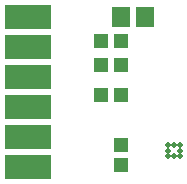
<source format=gts>
G75*
%MOIN*%
%OFA0B0*%
%FSLAX25Y25*%
%IPPOS*%
%LPD*%
%AMOC8*
5,1,8,0,0,1.08239X$1,22.5*
%
%ADD10R,0.05918X0.07099*%
%ADD11R,0.05052X0.04934*%
%ADD12R,0.15800X0.08400*%
%ADD13C,0.02000*%
%ADD14R,0.04737X0.05131*%
D10*
X0051563Y0066800D03*
X0059437Y0066800D03*
D11*
X0051500Y0024245D03*
X0051500Y0017355D03*
D12*
X0020500Y0016800D03*
X0020500Y0026800D03*
X0020500Y0036800D03*
X0020500Y0046800D03*
X0020500Y0056800D03*
X0020500Y0066800D03*
D13*
X0067031Y0024269D03*
X0067031Y0022300D03*
X0069000Y0024269D03*
X0070969Y0024269D03*
X0070969Y0022300D03*
X0070969Y0020331D03*
X0069000Y0020331D03*
X0067031Y0020331D03*
D14*
X0051346Y0040800D03*
X0044654Y0040800D03*
X0044654Y0050800D03*
X0051346Y0050800D03*
X0051346Y0058800D03*
X0044654Y0058800D03*
M02*

</source>
